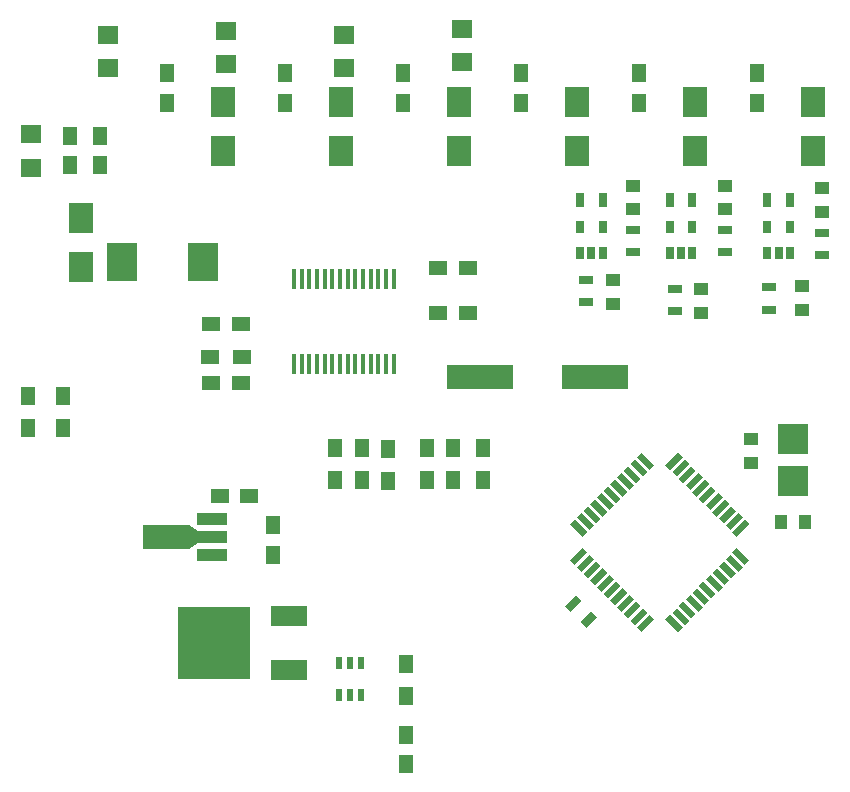
<source format=gtp>
G04 #@! TF.FileFunction,Paste,Top*
%FSLAX46Y46*%
G04 Gerber Fmt 4.6, Leading zero omitted, Abs format (unit mm)*
G04 Created by KiCad (PCBNEW 4.0.1-stable) date 17.05.2016 13:35:17*
%MOMM*%
G01*
G04 APERTURE LIST*
%ADD10C,0.100000*%
%ADD11R,1.500000X1.250000*%
%ADD12R,1.250000X1.500000*%
%ADD13R,1.000000X1.250000*%
%ADD14R,0.700000X1.300000*%
%ADD15R,2.499360X3.299460*%
%ADD16R,2.029460X2.651760*%
%ADD17R,1.300000X1.500000*%
%ADD18R,1.500000X1.300000*%
%ADD19R,2.501900X1.000760*%
%ADD20R,4.000500X1.998980*%
%ADD21R,0.450000X1.750000*%
%ADD22R,5.600700X2.100580*%
%ADD23R,1.250000X1.000000*%
%ADD24R,1.300000X0.700000*%
%ADD25R,0.650000X1.060000*%
%ADD26R,1.800860X1.597660*%
%ADD27R,2.500000X2.500000*%
%ADD28R,3.048000X1.651000*%
%ADD29R,6.096000X6.096000*%
%ADD30R,0.600000X1.100000*%
G04 APERTURE END LIST*
D10*
D11*
X113750000Y-80500000D03*
X116250000Y-80500000D03*
D12*
X101813575Y-62029999D03*
X101813575Y-59529999D03*
X104313575Y-62029999D03*
X104313575Y-59529999D03*
D10*
G36*
X144555188Y-95876866D02*
X144166280Y-95487958D01*
X145226940Y-94427298D01*
X145615848Y-94816206D01*
X144555188Y-95876866D01*
X144555188Y-95876866D01*
G37*
G36*
X145120874Y-96442551D02*
X144731966Y-96053643D01*
X145792626Y-94992983D01*
X146181534Y-95381891D01*
X145120874Y-96442551D01*
X145120874Y-96442551D01*
G37*
G36*
X145686559Y-97008236D02*
X145297651Y-96619328D01*
X146358311Y-95558668D01*
X146747219Y-95947576D01*
X145686559Y-97008236D01*
X145686559Y-97008236D01*
G37*
G36*
X146252244Y-97573922D02*
X145863336Y-97185014D01*
X146923996Y-96124354D01*
X147312904Y-96513262D01*
X146252244Y-97573922D01*
X146252244Y-97573922D01*
G37*
G36*
X146817930Y-98139607D02*
X146429022Y-97750699D01*
X147489682Y-96690039D01*
X147878590Y-97078947D01*
X146817930Y-98139607D01*
X146817930Y-98139607D01*
G37*
G36*
X147383615Y-98705293D02*
X146994707Y-98316385D01*
X148055367Y-97255725D01*
X148444275Y-97644633D01*
X147383615Y-98705293D01*
X147383615Y-98705293D01*
G37*
G36*
X147949301Y-99270978D02*
X147560393Y-98882070D01*
X148621053Y-97821410D01*
X149009961Y-98210318D01*
X147949301Y-99270978D01*
X147949301Y-99270978D01*
G37*
G36*
X148514986Y-99836664D02*
X148126078Y-99447756D01*
X149186738Y-98387096D01*
X149575646Y-98776004D01*
X148514986Y-99836664D01*
X148514986Y-99836664D01*
G37*
G36*
X149080672Y-100402349D02*
X148691764Y-100013441D01*
X149752424Y-98952781D01*
X150141332Y-99341689D01*
X149080672Y-100402349D01*
X149080672Y-100402349D01*
G37*
G36*
X149646357Y-100968034D02*
X149257449Y-100579126D01*
X150318109Y-99518466D01*
X150707017Y-99907374D01*
X149646357Y-100968034D01*
X149646357Y-100968034D01*
G37*
G36*
X150212042Y-101533720D02*
X149823134Y-101144812D01*
X150883794Y-100084152D01*
X151272702Y-100473060D01*
X150212042Y-101533720D01*
X150212042Y-101533720D01*
G37*
G36*
X153676866Y-101144812D02*
X153287958Y-101533720D01*
X152227298Y-100473060D01*
X152616206Y-100084152D01*
X153676866Y-101144812D01*
X153676866Y-101144812D01*
G37*
G36*
X154242551Y-100579126D02*
X153853643Y-100968034D01*
X152792983Y-99907374D01*
X153181891Y-99518466D01*
X154242551Y-100579126D01*
X154242551Y-100579126D01*
G37*
G36*
X154808236Y-100013441D02*
X154419328Y-100402349D01*
X153358668Y-99341689D01*
X153747576Y-98952781D01*
X154808236Y-100013441D01*
X154808236Y-100013441D01*
G37*
G36*
X155373922Y-99447756D02*
X154985014Y-99836664D01*
X153924354Y-98776004D01*
X154313262Y-98387096D01*
X155373922Y-99447756D01*
X155373922Y-99447756D01*
G37*
G36*
X155939607Y-98882070D02*
X155550699Y-99270978D01*
X154490039Y-98210318D01*
X154878947Y-97821410D01*
X155939607Y-98882070D01*
X155939607Y-98882070D01*
G37*
G36*
X156505293Y-98316385D02*
X156116385Y-98705293D01*
X155055725Y-97644633D01*
X155444633Y-97255725D01*
X156505293Y-98316385D01*
X156505293Y-98316385D01*
G37*
G36*
X157070978Y-97750699D02*
X156682070Y-98139607D01*
X155621410Y-97078947D01*
X156010318Y-96690039D01*
X157070978Y-97750699D01*
X157070978Y-97750699D01*
G37*
G36*
X157636664Y-97185014D02*
X157247756Y-97573922D01*
X156187096Y-96513262D01*
X156576004Y-96124354D01*
X157636664Y-97185014D01*
X157636664Y-97185014D01*
G37*
G36*
X158202349Y-96619328D02*
X157813441Y-97008236D01*
X156752781Y-95947576D01*
X157141689Y-95558668D01*
X158202349Y-96619328D01*
X158202349Y-96619328D01*
G37*
G36*
X158768034Y-96053643D02*
X158379126Y-96442551D01*
X157318466Y-95381891D01*
X157707374Y-94992983D01*
X158768034Y-96053643D01*
X158768034Y-96053643D01*
G37*
G36*
X159333720Y-95487958D02*
X158944812Y-95876866D01*
X157884152Y-94816206D01*
X158273060Y-94427298D01*
X159333720Y-95487958D01*
X159333720Y-95487958D01*
G37*
G36*
X158273060Y-93472702D02*
X157884152Y-93083794D01*
X158944812Y-92023134D01*
X159333720Y-92412042D01*
X158273060Y-93472702D01*
X158273060Y-93472702D01*
G37*
G36*
X157707374Y-92907017D02*
X157318466Y-92518109D01*
X158379126Y-91457449D01*
X158768034Y-91846357D01*
X157707374Y-92907017D01*
X157707374Y-92907017D01*
G37*
G36*
X157141689Y-92341332D02*
X156752781Y-91952424D01*
X157813441Y-90891764D01*
X158202349Y-91280672D01*
X157141689Y-92341332D01*
X157141689Y-92341332D01*
G37*
G36*
X156576004Y-91775646D02*
X156187096Y-91386738D01*
X157247756Y-90326078D01*
X157636664Y-90714986D01*
X156576004Y-91775646D01*
X156576004Y-91775646D01*
G37*
G36*
X156010318Y-91209961D02*
X155621410Y-90821053D01*
X156682070Y-89760393D01*
X157070978Y-90149301D01*
X156010318Y-91209961D01*
X156010318Y-91209961D01*
G37*
G36*
X155444633Y-90644275D02*
X155055725Y-90255367D01*
X156116385Y-89194707D01*
X156505293Y-89583615D01*
X155444633Y-90644275D01*
X155444633Y-90644275D01*
G37*
G36*
X154878947Y-90078590D02*
X154490039Y-89689682D01*
X155550699Y-88629022D01*
X155939607Y-89017930D01*
X154878947Y-90078590D01*
X154878947Y-90078590D01*
G37*
G36*
X154313262Y-89512904D02*
X153924354Y-89123996D01*
X154985014Y-88063336D01*
X155373922Y-88452244D01*
X154313262Y-89512904D01*
X154313262Y-89512904D01*
G37*
G36*
X153747576Y-88947219D02*
X153358668Y-88558311D01*
X154419328Y-87497651D01*
X154808236Y-87886559D01*
X153747576Y-88947219D01*
X153747576Y-88947219D01*
G37*
G36*
X153181891Y-88381534D02*
X152792983Y-87992626D01*
X153853643Y-86931966D01*
X154242551Y-87320874D01*
X153181891Y-88381534D01*
X153181891Y-88381534D01*
G37*
G36*
X152616206Y-87815848D02*
X152227298Y-87426940D01*
X153287958Y-86366280D01*
X153676866Y-86755188D01*
X152616206Y-87815848D01*
X152616206Y-87815848D01*
G37*
G36*
X151272702Y-87426940D02*
X150883794Y-87815848D01*
X149823134Y-86755188D01*
X150212042Y-86366280D01*
X151272702Y-87426940D01*
X151272702Y-87426940D01*
G37*
G36*
X150707017Y-87992626D02*
X150318109Y-88381534D01*
X149257449Y-87320874D01*
X149646357Y-86931966D01*
X150707017Y-87992626D01*
X150707017Y-87992626D01*
G37*
G36*
X150141332Y-88558311D02*
X149752424Y-88947219D01*
X148691764Y-87886559D01*
X149080672Y-87497651D01*
X150141332Y-88558311D01*
X150141332Y-88558311D01*
G37*
G36*
X149575646Y-89123996D02*
X149186738Y-89512904D01*
X148126078Y-88452244D01*
X148514986Y-88063336D01*
X149575646Y-89123996D01*
X149575646Y-89123996D01*
G37*
G36*
X149009961Y-89689682D02*
X148621053Y-90078590D01*
X147560393Y-89017930D01*
X147949301Y-88629022D01*
X149009961Y-89689682D01*
X149009961Y-89689682D01*
G37*
G36*
X148444275Y-90255367D02*
X148055367Y-90644275D01*
X146994707Y-89583615D01*
X147383615Y-89194707D01*
X148444275Y-90255367D01*
X148444275Y-90255367D01*
G37*
G36*
X147878590Y-90821053D02*
X147489682Y-91209961D01*
X146429022Y-90149301D01*
X146817930Y-89760393D01*
X147878590Y-90821053D01*
X147878590Y-90821053D01*
G37*
G36*
X147312904Y-91386738D02*
X146923996Y-91775646D01*
X145863336Y-90714986D01*
X146252244Y-90326078D01*
X147312904Y-91386738D01*
X147312904Y-91386738D01*
G37*
G36*
X146747219Y-91952424D02*
X146358311Y-92341332D01*
X145297651Y-91280672D01*
X145686559Y-90891764D01*
X146747219Y-91952424D01*
X146747219Y-91952424D01*
G37*
G36*
X146181534Y-92518109D02*
X145792626Y-92907017D01*
X144731966Y-91846357D01*
X145120874Y-91457449D01*
X146181534Y-92518109D01*
X146181534Y-92518109D01*
G37*
G36*
X145615848Y-93083794D02*
X145226940Y-93472702D01*
X144166280Y-92412042D01*
X144555188Y-92023134D01*
X145615848Y-93083794D01*
X145615848Y-93083794D01*
G37*
D13*
X162000000Y-92250000D03*
X164000000Y-92250000D03*
D14*
X145000000Y-65000000D03*
X146900000Y-65000000D03*
D12*
X120000000Y-54250000D03*
X120000000Y-56750000D03*
X140000000Y-54250000D03*
X140000000Y-56750000D03*
X130000000Y-54250000D03*
X130000000Y-56750000D03*
X150000000Y-54250000D03*
X150000000Y-56750000D03*
X160000000Y-54250000D03*
X160000000Y-56750000D03*
D11*
X117000000Y-90000000D03*
X114500000Y-90000000D03*
D12*
X119000000Y-92500000D03*
X119000000Y-95000000D03*
D11*
X133000000Y-70750000D03*
X135500000Y-70750000D03*
X135500000Y-74500000D03*
X133000000Y-74500000D03*
D15*
X106250000Y-70250000D03*
X113052120Y-70250000D03*
D16*
X114750000Y-56664660D03*
X114750000Y-60835340D03*
X124750000Y-56664660D03*
X124750000Y-60835340D03*
X144750000Y-60835340D03*
X144750000Y-56664660D03*
X134750000Y-60835340D03*
X134750000Y-56664660D03*
D17*
X136750000Y-88700000D03*
X136750000Y-86000000D03*
X128750000Y-88750000D03*
X128750000Y-86050000D03*
X124250000Y-88700000D03*
X124250000Y-86000000D03*
D18*
X116350000Y-78250000D03*
X113650000Y-78250000D03*
D19*
X113852740Y-95001140D03*
X113852740Y-93500000D03*
X113852740Y-91998860D03*
D20*
X109900500Y-93500000D03*
D10*
G36*
X111875350Y-92499240D02*
X112624650Y-92999620D01*
X112624650Y-94000380D01*
X111875350Y-94500760D01*
X111875350Y-92499240D01*
X111875350Y-92499240D01*
G37*
D21*
X129225000Y-71650000D03*
X128575000Y-71650000D03*
X127925000Y-71650000D03*
X127275000Y-71650000D03*
X126625000Y-71650000D03*
X125975000Y-71650000D03*
X125325000Y-71650000D03*
X124675000Y-71650000D03*
X124025000Y-71650000D03*
X123375000Y-71650000D03*
X122725000Y-71650000D03*
X122075000Y-71650000D03*
X121425000Y-71650000D03*
X120775000Y-71650000D03*
X120775000Y-78850000D03*
X121425000Y-78850000D03*
X122075000Y-78850000D03*
X122725000Y-78850000D03*
X123375000Y-78850000D03*
X124025000Y-78850000D03*
X124675000Y-78850000D03*
X125325000Y-78850000D03*
X125975000Y-78850000D03*
X126625000Y-78850000D03*
X127275000Y-78850000D03*
X127925000Y-78850000D03*
X128575000Y-78850000D03*
X129225000Y-78850000D03*
D22*
X146250000Y-80000000D03*
X136552280Y-80000000D03*
D16*
X102750000Y-66500000D03*
X102750000Y-70670680D03*
D12*
X110000000Y-54250000D03*
X110000000Y-56750000D03*
D16*
X154750000Y-60835340D03*
X154750000Y-56664660D03*
X164750000Y-60835340D03*
X164750000Y-56664660D03*
D17*
X101250000Y-81550000D03*
X101250000Y-84250000D03*
X134250000Y-88700000D03*
X134250000Y-86000000D03*
X132000000Y-88700000D03*
X132000000Y-86000000D03*
X98250000Y-81550000D03*
X98250000Y-84250000D03*
X126500000Y-88700000D03*
X126500000Y-86000000D03*
D23*
X149500000Y-63750000D03*
X149500000Y-65750000D03*
X155250000Y-72500000D03*
X155250000Y-74500000D03*
X147750000Y-71750000D03*
X147750000Y-73750000D03*
X159500000Y-87250000D03*
X159500000Y-85250000D03*
X157250000Y-63750000D03*
X157250000Y-65750000D03*
X163750000Y-72250000D03*
X163750000Y-74250000D03*
X165500000Y-64000000D03*
X165500000Y-66000000D03*
D24*
X149500000Y-67500000D03*
X149500000Y-69400000D03*
X145500000Y-71750000D03*
X145500000Y-73650000D03*
D10*
G36*
X146457107Y-100287868D02*
X145537868Y-101207107D01*
X145042893Y-100712132D01*
X145962132Y-99792893D01*
X146457107Y-100287868D01*
X146457107Y-100287868D01*
G37*
G36*
X145113605Y-98944366D02*
X144194366Y-99863605D01*
X143699391Y-99368630D01*
X144618630Y-98449391D01*
X145113605Y-98944366D01*
X145113605Y-98944366D01*
G37*
D24*
X153000000Y-72500000D03*
X153000000Y-74400000D03*
X157250000Y-67500000D03*
X157250000Y-69400000D03*
D14*
X152600000Y-65000000D03*
X154500000Y-65000000D03*
D24*
X161000000Y-72350000D03*
X161000000Y-74250000D03*
X165500000Y-67750000D03*
X165500000Y-69650000D03*
D14*
X160850000Y-65000000D03*
X162750000Y-65000000D03*
D25*
X145000000Y-69500000D03*
X145950000Y-69500000D03*
X146900000Y-69500000D03*
X146900000Y-67300000D03*
X145000000Y-67300000D03*
X152600000Y-69450000D03*
X153550000Y-69450000D03*
X154500000Y-69450000D03*
X154500000Y-67250000D03*
X152600000Y-67250000D03*
X160850000Y-69450000D03*
X161800000Y-69450000D03*
X162750000Y-69450000D03*
X162750000Y-67250000D03*
X160850000Y-67250000D03*
D26*
X105000000Y-51000000D03*
X105000000Y-53839720D03*
X115000000Y-53500000D03*
X115000000Y-50660280D03*
X125000000Y-51000000D03*
X125000000Y-53839720D03*
X134960000Y-53299720D03*
X134960000Y-50460000D03*
X98500000Y-59410280D03*
X98500000Y-62250000D03*
D27*
X163000000Y-88750000D03*
X163000000Y-85250000D03*
D12*
X130250000Y-110250000D03*
X130250000Y-112750000D03*
D28*
X120350000Y-104786000D03*
D29*
X114000000Y-102500000D03*
D28*
X120350000Y-100214000D03*
D17*
X130250000Y-106950000D03*
X130250000Y-104250000D03*
D30*
X124550000Y-106850000D03*
X125500000Y-106850000D03*
X126450000Y-106850000D03*
X126450000Y-104150000D03*
X125500000Y-104150000D03*
X124550000Y-104150000D03*
D11*
X116250000Y-75500000D03*
X113750000Y-75500000D03*
M02*

</source>
